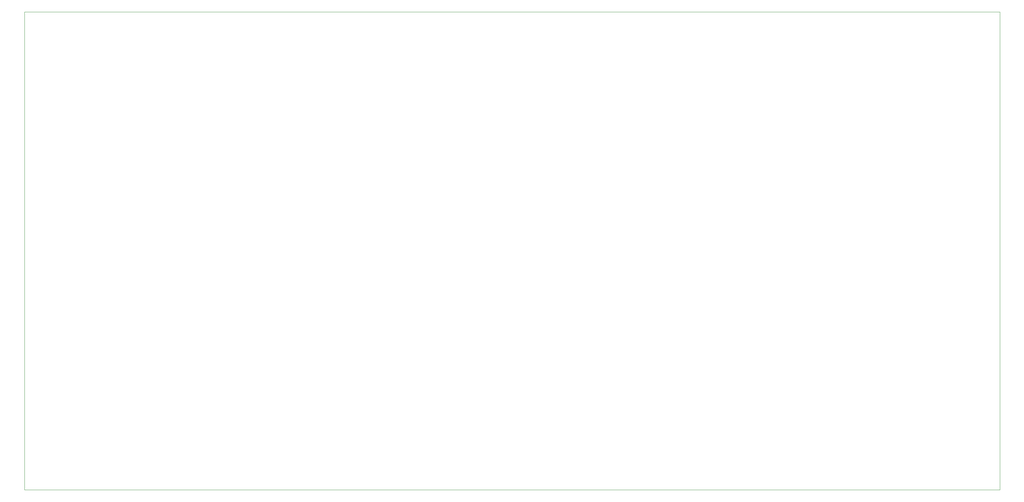
<source format=gbr>
%TF.GenerationSoftware,KiCad,Pcbnew,(6.0.5-0)*%
%TF.CreationDate,2022-06-20T23:42:22+01:00*%
%TF.ProjectId,BassStation_Sequencer_MidiInterface,42617373-5374-4617-9469-6f6e5f536571,B*%
%TF.SameCoordinates,Original*%
%TF.FileFunction,Profile,NP*%
%FSLAX46Y46*%
G04 Gerber Fmt 4.6, Leading zero omitted, Abs format (unit mm)*
G04 Created by KiCad (PCBNEW (6.0.5-0)) date 2022-06-20 23:42:22*
%MOMM*%
%LPD*%
G01*
G04 APERTURE LIST*
%TA.AperFunction,Profile*%
%ADD10C,0.050000*%
%TD*%
G04 APERTURE END LIST*
D10*
X330835000Y-95250000D02*
X81280000Y-95250000D01*
X81280000Y-217805000D02*
X81280000Y-95250000D01*
X330835000Y-217805000D02*
X330835000Y-95250000D01*
X330835000Y-217805000D02*
X81280000Y-217805000D01*
M02*

</source>
